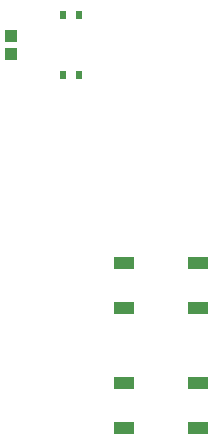
<source format=gtp>
%TF.GenerationSoftware,KiCad,Pcbnew,(6.0.2)*%
%TF.CreationDate,2022-05-07T22:53:04-07:00*%
%TF.ProjectId,Final_Project,46696e61-6c5f-4507-926f-6a6563742e6b,rev?*%
%TF.SameCoordinates,Original*%
%TF.FileFunction,Paste,Top*%
%TF.FilePolarity,Positive*%
%FSLAX46Y46*%
G04 Gerber Fmt 4.6, Leading zero omitted, Abs format (unit mm)*
G04 Created by KiCad (PCBNEW (6.0.2)) date 2022-05-07 22:53:04*
%MOMM*%
%LPD*%
G01*
G04 APERTURE LIST*
%ADD10R,1.700000X1.000000*%
%ADD11R,1.020000X1.040000*%
%ADD12R,0.600000X0.800000*%
G04 APERTURE END LIST*
D10*
%TO.C,S2*%
X177648000Y-114305000D03*
X171348000Y-114305000D03*
X171348000Y-118105000D03*
X177648000Y-118105000D03*
%TD*%
%TO.C,S1*%
X177648000Y-104145000D03*
X171348000Y-104145000D03*
X171348000Y-107945000D03*
X177648000Y-107945000D03*
%TD*%
D11*
%TO.C,R1*%
X161798000Y-84990000D03*
X161798000Y-86460000D03*
%TD*%
D12*
%TO.C,D2*%
X167578000Y-83185000D03*
X166178000Y-83185000D03*
%TD*%
%TO.C,D1*%
X167578000Y-88265000D03*
X166178000Y-88265000D03*
%TD*%
M02*

</source>
